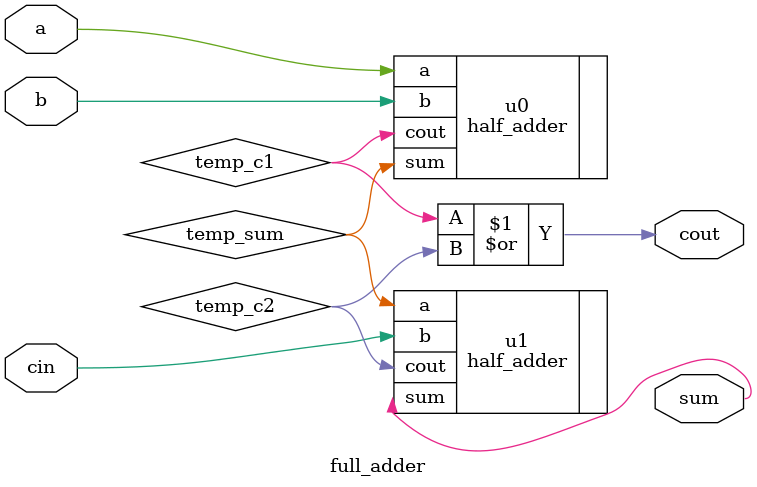
<source format=v>
module full_adder (input a, input b, input cin, output sum, output cout);
wire temp_sum, temp_c1, temp_c2;
    half_adder u0(.a(a), .b(b), .sum(temp_sum), .cout(temp_c1));
    half_adder u1(.a(temp_sum), .b(cin), .sum(sum), .cout(temp_c2));
    or u2 (cout, temp_c1, temp_c2);
endmodule

</source>
